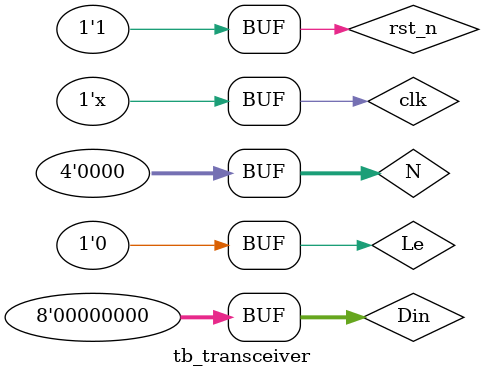
<source format=v>
`timescale 1ns / 1ps
module tb_transceiver ();
reg clk, rst_n;
reg Le;
reg [3:0] N;
reg [7:0] Din;
wire Dout;
wire [7:0] decoder_out;
wire d_en;
wire f_en;
encoder uut(
    .clk(clk),
    .rst_n(rst_n),
    .Le(Le),
    .N(N),
    .Din(Din),
    .Dout(Dout)
    );
PPM uut2 (
    .clk(clk),
    .rst(rst_n),
    .din(Dout),
    .dout(decoder_out),
    .d_en(d_en),
    .f_en(f_en)
);
initial begin
    clk = 1;
    rst_n = 0;
    Le = 0;
    N = 0;
    Din = 8'b0;
    #1180
    rst_n = 1;
    #590;
    // start user data
    Le = 1;
    N = 4;
    #590;
    Le = 0;
    N = 0;
    Din = 8'hc0;
    #590;
    Din = 8'haa;
    #590;
    Din = 8'hdd;
    #590;
    Din = 8'hae;
    #590;
    Din = 8'b0;
end
always begin #295 clk = ~clk; end
endmodule
</source>
